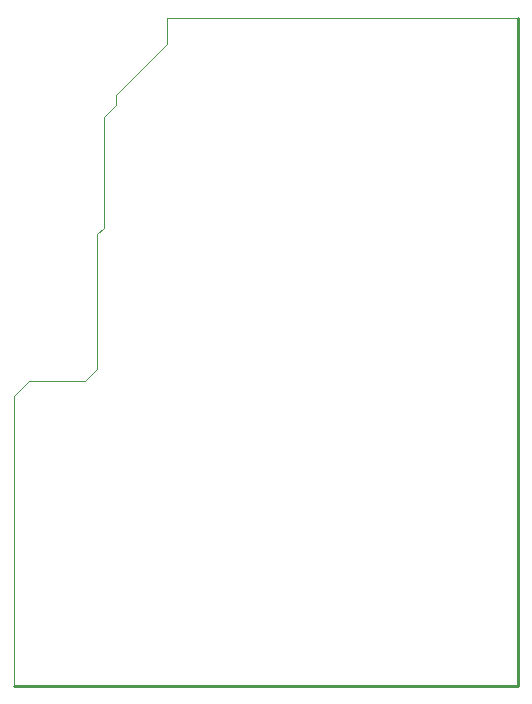
<source format=gbr>
G04 (created by PCBNEW (2013-07-07 BZR 4022)-stable) date 20/09/2014 07:20:55*
%MOIN*%
G04 Gerber Fmt 3.4, Leading zero omitted, Abs format*
%FSLAX34Y34*%
G01*
G70*
G90*
G04 APERTURE LIST*
%ADD10C,0.00590551*%
%ADD11C,0.00393701*%
%ADD12C,0.01*%
G04 APERTURE END LIST*
G54D10*
G54D11*
X86000Y-37200D02*
X74300Y-37200D01*
X69700Y-49300D02*
X71550Y-49300D01*
G54D12*
X86000Y-37200D02*
X86000Y-59450D01*
X86000Y-59450D02*
X69200Y-59450D01*
G54D11*
X69700Y-49300D02*
X69200Y-49800D01*
X74300Y-38050D02*
X74300Y-37200D01*
X72600Y-39750D02*
X74300Y-38050D01*
X72600Y-39800D02*
X72600Y-39750D01*
X72600Y-40100D02*
X72600Y-39800D01*
X72200Y-40500D02*
X72600Y-40100D01*
X72200Y-44200D02*
X72200Y-40500D01*
X71950Y-44400D02*
X72200Y-44200D01*
X71950Y-48900D02*
X71950Y-44400D01*
X71550Y-49300D02*
X71950Y-48900D01*
X69200Y-59450D02*
X69200Y-49800D01*
M02*

</source>
